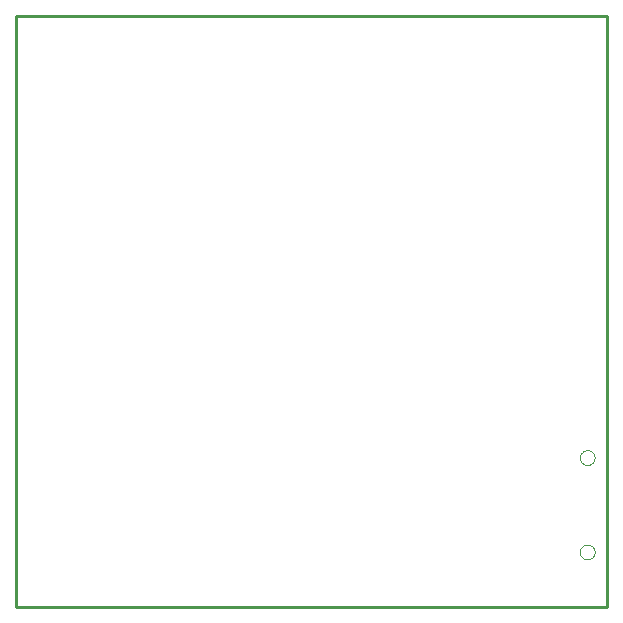
<source format=gbp>
G75*
%MOIN*%
%OFA0B0*%
%FSLAX24Y24*%
%IPPOS*%
%LPD*%
%AMOC8*
5,1,8,0,0,1.08239X$1,22.5*
%
%ADD10C,0.0100*%
%ADD11C,0.0000*%
D10*
X000250Y000180D02*
X000250Y019865D01*
X019935Y019865D01*
X019935Y000180D01*
X000250Y000180D01*
D11*
X019034Y002001D02*
X019036Y002032D01*
X019042Y002062D01*
X019051Y002092D01*
X019064Y002120D01*
X019081Y002146D01*
X019101Y002169D01*
X019123Y002191D01*
X019148Y002209D01*
X019175Y002224D01*
X019204Y002235D01*
X019234Y002243D01*
X019265Y002247D01*
X019295Y002247D01*
X019326Y002243D01*
X019356Y002235D01*
X019385Y002224D01*
X019412Y002209D01*
X019437Y002191D01*
X019459Y002169D01*
X019479Y002146D01*
X019496Y002120D01*
X019509Y002092D01*
X019518Y002062D01*
X019524Y002032D01*
X019526Y002001D01*
X019524Y001970D01*
X019518Y001940D01*
X019509Y001910D01*
X019496Y001882D01*
X019479Y001856D01*
X019459Y001833D01*
X019437Y001811D01*
X019412Y001793D01*
X019385Y001778D01*
X019356Y001767D01*
X019326Y001759D01*
X019295Y001755D01*
X019265Y001755D01*
X019234Y001759D01*
X019204Y001767D01*
X019175Y001778D01*
X019148Y001793D01*
X019123Y001811D01*
X019101Y001833D01*
X019081Y001856D01*
X019064Y001882D01*
X019051Y001910D01*
X019042Y001940D01*
X019036Y001970D01*
X019034Y002001D01*
X019034Y005150D02*
X019036Y005181D01*
X019042Y005211D01*
X019051Y005241D01*
X019064Y005269D01*
X019081Y005295D01*
X019101Y005318D01*
X019123Y005340D01*
X019148Y005358D01*
X019175Y005373D01*
X019204Y005384D01*
X019234Y005392D01*
X019265Y005396D01*
X019295Y005396D01*
X019326Y005392D01*
X019356Y005384D01*
X019385Y005373D01*
X019412Y005358D01*
X019437Y005340D01*
X019459Y005318D01*
X019479Y005295D01*
X019496Y005269D01*
X019509Y005241D01*
X019518Y005211D01*
X019524Y005181D01*
X019526Y005150D01*
X019524Y005119D01*
X019518Y005089D01*
X019509Y005059D01*
X019496Y005031D01*
X019479Y005005D01*
X019459Y004982D01*
X019437Y004960D01*
X019412Y004942D01*
X019385Y004927D01*
X019356Y004916D01*
X019326Y004908D01*
X019295Y004904D01*
X019265Y004904D01*
X019234Y004908D01*
X019204Y004916D01*
X019175Y004927D01*
X019148Y004942D01*
X019123Y004960D01*
X019101Y004982D01*
X019081Y005005D01*
X019064Y005031D01*
X019051Y005059D01*
X019042Y005089D01*
X019036Y005119D01*
X019034Y005150D01*
M02*

</source>
